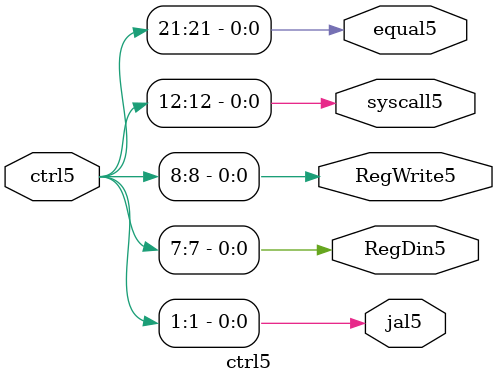
<source format=v>
module ctrl5(
	jal5,RegDin5,RegWrite5,
	syscall5,equal5,
	ctrl5
    );
	input [21:0]ctrl5;
	output jal5,RegDin5,RegWrite5,syscall5,equal5;
	assign jal5 = ctrl5[1];
	assign RegDin5 = ctrl5[7];
	assign RegWrite5 = ctrl5[8];
	assign syscall5 = ctrl5[12];
	assign equal5 = ctrl5[21];
endmodule

</source>
